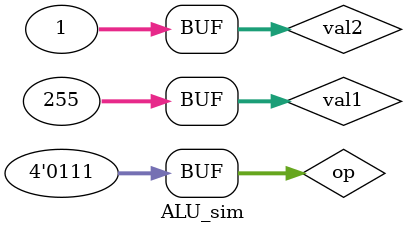
<source format=v>
`timescale 1ns / 1ps
`define ADD 4'd1
`define SUB 4'd2
`define SLL 4'd3
`define SRL 4'd4
`define SRA 4'd5
`define AND 4'd6
`define OR 4'd7
`define XOR 4'd8
`define NOR 4'd9

module ALU_sim(

    );
    
    reg [31:0]val1;
    reg [31:0]val2;
    wire [31:0]answer;
    reg [3:0]op;
    wire zero;
    executs32 test(op,val1,val2,answer,zero);
    
    initial begin
    #100 begin op=`ADD;val1=32'd3;val2=32'd4; end  //7
    #100 begin op=`SUB;val1=32'd5;val2=32'd1; end  //4
    #100 begin op=`SUB;val1=32'd5;val2=32'd5; end  //4
    #100 begin op=`SLL;val1=32'b11;val2=32'b1101; end  //1101000
    #100 begin op=`SRL;val1=32'd5;val2=32'b1110010; end //11
    #100 begin op=`SRA;val1=32'd3;val2=32'h8000ffff; end  //f0001fff
    #100 begin op=`AND;val1=32'd5;val2=32'hf; end
    #100 begin op=`OR;val1=32'hff;val2=32'd1; end
    
    end
    
endmodule

</source>
